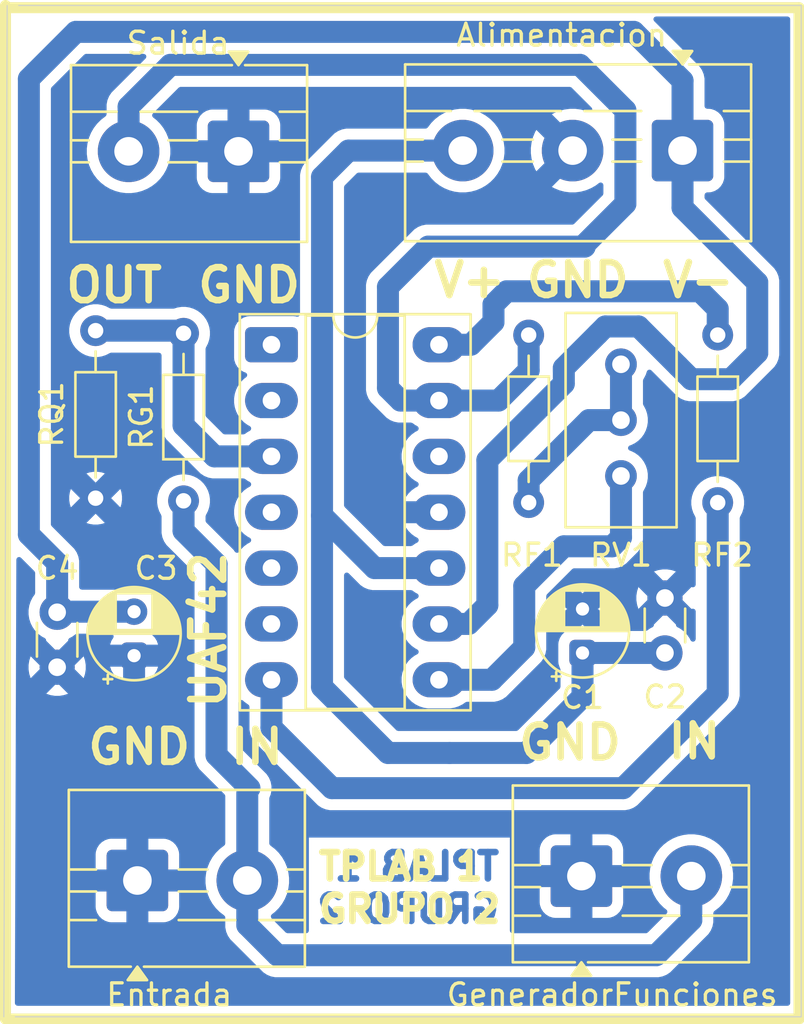
<source format=kicad_pcb>
(kicad_pcb (version 20241229) (generator "pcbnew") (generator_version "9.0")
  (layers (0 "F.Cu" signal) (2 "B.Cu" signal) (13 "F.Paste" user) (15 "B.Paste" user) (5 "F.SilkS" user "F.Silkscreen") (7 "B.SilkS" user "B.Silkscreen") (1 "F.Mask" user) (3 "B.Mask" user) (25 "Edge.Cuts" user))
  (net 0 "")
  (net 1 "GND")
  (net 3 "/Salida")
  (net 7 "Net-(J1-Pin_8)")
  (net 8 "/V+")
  (net 10 "Net-(J1-Pin_14)")
  (net 11 "Net-(J1-Pin_3)")
  (net 13 "Net-(J1-Pin_7)")
  (net 14 "/Entrada")
  (net 15 "/V-")
  (net 16 "Net-(RF1-Pad2)")
  (footprint "Resistor_THT:R_Axial_DIN0204_L3.6mm_D1.6mm_P7.62mm_Horizontal" (layer "F.Cu") (at 142.2 70.89 -90)
    (property "Reference" "RF1" (at 10.01 -0.15 180) (layer "F.SilkS"))
    (property "Value" "6K8" (hide yes))
    (fp_line (start 0.94 0) (end 1.89 0) (stroke (width 0.12)) (layer "F.SilkS"))
    (fp_line (start 6.68 0) (end 5.73 0) (stroke (width 0.12)) (layer "F.SilkS"))
    (fp_rect (start 1.89 -0.92) (end 5.73 0.92) (stroke (width 0.12)) (fill no) (layer "F.SilkS"))
    (pad "1" thru_hole circle (at 0 0 270) (size 1.4 1.4) (drill 0.7) (layers "*.Cu" "*.Mask") (net 3 "/Salida"))
    (pad "2" thru_hole circle (at 7.62 0 270) (size 1.4 1.4) (drill 0.7) (layers "*.Cu" "*.Mask") (net 16 "Net-(RF1-Pad2)"))
  )
  (footprint "Resistor_THT:R_Axial_DIN0204_L3.6mm_D1.6mm_P7.62mm_Horizontal" (layer "F.Cu") (at 122.5 70.69 -90)
    (property "Reference" "RQ1" (at 3.81 2 90) (layer "F.SilkS"))
    (property "Value" "12K" (hide yes))
    (fp_line (start 0.94 0) (end 1.89 0) (stroke (width 0.12)) (layer "F.SilkS"))
    (fp_line (start 6.68 0) (end 5.73 0) (stroke (width 0.12)) (layer "F.SilkS"))
    (fp_rect (start 1.89 -0.92) (end 5.73 0.92) (stroke (width 0.12)) (fill no) (layer "F.SilkS"))
    (pad "1" thru_hole circle (at 0 0 270) (size 1.4 1.4) (drill 0.7) (layers "*.Cu" "*.Mask") (net 11 "Net-(J1-Pin_3)"))
    (pad "2" thru_hole circle (at 7.62 0 270) (size 1.4 1.4) (drill 0.7) (layers "*.Cu" "*.Mask") (net 1 "GND"))
  )
  (footprint "Capacitor_THT:CP_Radial_D4.0mm_P2.00mm" (layer "F.Cu") (at 124.25 85.4726 90)
    (property "Reference" "C3" (at 3.9726 1 180) (layer "F.SilkS"))
    (property "Value" "47uF" (hide yes))
    (fp_line (start 1.04 -2.08) (end 1.04 2.08) (stroke (width 0.12)) (layer "F.SilkS"))
    (fp_line (start 1 -2.08) (end 1 2.08) (stroke (width 0.12)) (layer "F.SilkS"))
    (fp_line (start 1.08 -2.078) (end 1.08 2.078) (stroke (width 0.12)) (layer "F.SilkS"))
    (fp_line (start 1.12 -2.077) (end 1.12 2.077) (stroke (width 0.12)) (layer "F.SilkS"))
    (fp_line (start 1.16 -2.074) (end 1.16 2.074) (stroke (width 0.12)) (layer "F.SilkS"))
    (fp_line (start 1.2 -2.071) (end 1.2 -0.84) (stroke (width 0.12)) (layer "F.SilkS"))
    (fp_line (start 1.24 -2.066) (end 1.24 -0.84) (stroke (width 0.12)) (layer "F.SilkS"))
    (fp_line (start 1.28 -2.061) (end 1.28 -0.84) (stroke (width 0.12)) (layer "F.SilkS"))
    (fp_line (start 1.32 -2.056) (end 1.32 -0.84) (stroke (width 0.12)) (layer "F.SilkS"))
    (fp_line (start 1.36 -2.049) (end 1.36 -0.84) (stroke (width 0.12)) (layer "F.SilkS"))
    (fp_line (start 1.4 -2.042) (end 1.4 -0.84) (stroke (width 0.12)) (layer "F.SilkS"))
    (fp_line (start 1.44 -2.034) (end 1.44 -0.84) (stroke (width 0.12)) (layer "F.SilkS"))
    (fp_line (start 1.48 -2.025) (end 1.48 -0.84) (stroke (width 0.12)) (layer "F.SilkS"))
    (fp_line (start 1.52 -2.015) (end 1.52 -0.84) (stroke (width 0.12)) (layer "F.SilkS"))
    (fp_line (start 1.56 -2.005) (end 1.56 -0.84) (stroke (width 0.12)) (layer "F.SilkS"))
    (fp_line (start 1.6 -1.993) (end 1.6 -0.84) (stroke (width 0.12)) (layer "F.SilkS"))
    (fp_line (start 1.64 -1.981) (end 1.64 -0.84) (stroke (width 0.12)) (layer "F.SilkS"))
    (fp_line (start 1.68 -1.968) (end 1.68 -0.84) (stroke (width 0.12)) (layer "F.SilkS"))
    (fp_line (start 1.72 -1.954) (end 1.72 -0.84) (stroke (width 0.12)) (layer "F.SilkS"))
    (fp_line (start 1.76 -1.939) (end 1.76 -0.84) (stroke (width 0.12)) (layer "F.SilkS"))
    (fp_line (start 1.8 -1.923) (end 1.8 -0.84) (stroke (width 0.12)) (layer "F.SilkS"))
    (fp_line (start 1.84 -1.906) (end 1.84 -0.84) (stroke (width 0.12)) (layer "F.SilkS"))
    (fp_line (start 1.88 -1.889) (end 1.88 -0.84) (stroke (width 0.12)) (layer "F.SilkS"))
    (fp_line (start 1.92 -1.87) (end 1.92 -0.84) (stroke (width 0.12)) (layer "F.SilkS"))
    (fp_line (start 1.96 -1.85) (end 1.96 -0.84) (stroke (width 0.12)) (layer "F.SilkS"))
    (fp_line (start 2 -1.829) (end 2 -0.84) (stroke (width 0.12)) (layer "F.SilkS"))
    (fp_line (start 2.04 -1.807) (end 2.04 -0.84) (stroke (width 0.12)) (layer "F.SilkS"))
    (fp_line (start 2.08 -1.784) (end 2.08 -0.84) (stroke (width 0.12)) (layer "F.SilkS"))
    (fp_line (start 2.12 -1.76) (end 2.12 -0.84) (stroke (width 0.12)) (layer "F.SilkS"))
    (fp_line (start 2.16 -1.734) (end 2.16 -0.84) (stroke (width 0.12)) (layer "F.SilkS"))
    (fp_line (start 2.2 -1.708) (end 2.2 -0.84) (stroke (width 0.12)) (layer "F.SilkS"))
    (fp_line (start 2.24 -1.68) (end 2.24 -0.84) (stroke (width 0.12)) (layer "F.SilkS"))
    (fp_line (start 2.28 -1.65) (end 2.28 -0.84) (stroke (width 0.12)) (layer "F.SilkS"))
    (fp_line (start 2.32 -1.619) (end 2.32 -0.84) (stroke (width 0.12)) (layer "F.SilkS"))
    (fp_line (start 2.36 -1.586) (end 2.36 -0.84) (stroke (width 0.12)) (layer "F.SilkS"))
    (fp_line (start 2.4 -1.552) (end 2.4 -0.84) (stroke (width 0.12)) (layer "F.SilkS"))
    (fp_line (start 2.44 -1.516) (end 2.44 -0.84) (stroke (width 0.12)) (layer "F.SilkS"))
    (fp_line (start 2.48 -1.478) (end 2.48 -0.84) (stroke (width 0.12)) (layer "F.SilkS"))
    (fp_line (start 2.52 -1.438) (end 2.52 -0.84) (stroke (width 0.12)) (layer "F.SilkS"))
    (fp_line (start 2.56 -1.396) (end 2.56 -0.84) (stroke (width 0.12)) (layer "F.SilkS"))
    (fp_line (start -1.069801 -1.395) (end -1.069801 -0.995) (stroke (width 0.12)) (layer "F.SilkS"))
    (fp_line (start 2.6 -1.351) (end 2.6 -0.84) (stroke (width 0.12)) (layer "F.SilkS"))
    (fp_line (start 2.64 -1.303) (end 2.64 -0.84) (stroke (width 0.12)) (layer "F.SilkS"))
    (fp_line (start 2.68 -1.253) (end 2.68 -0.84) (stroke (width 0.12)) (layer "F.SilkS"))
    (fp_line (start 2.72 -1.199) (end 2.72 -0.84) (stroke (width 0.12)) (layer "F.SilkS"))
    (fp_line (start -1.269801 -1.195) (end -0.869801 -1.195) (stroke (width 0.12)) (layer "F.SilkS"))
    (fp_line (start 2.76 -1.142) (end 2.76 -0.84) (stroke (width 0.12)) (layer "F.SilkS"))
    (fp_line (start 2.8 -1.08) (end 2.8 -0.84) (stroke (width 0.12)) (layer "F.SilkS"))
    (fp_line (start 2.84 -1.013) (end 2.84 1.013) (stroke (width 0.12)) (layer "F.SilkS"))
    (fp_line (start 2.88 -0.94) (end 2.88 0.94) (stroke (width 0.12)) (layer "F.SilkS"))
    (fp_line (start 2.92 -0.859) (end 2.92 0.859) (stroke (width 0.12)) (layer "F.SilkS"))
    (fp_line (start 2.96 -0.768) (end 2.96 0.768) (stroke (width 0.12)) (layer "F.SilkS"))
    (fp_line (start 3 -0.663) (end 3 0.663) (stroke (width 0.12)) (layer "F.SilkS"))
    (fp_line (start 3.04 -0.537) (end 3.04 0.537) (stroke (width 0.12)) (layer "F.SilkS"))
    (fp_line (start 3.08 -0.37) (end 3.08 0.37) (stroke (width 0.12)) (layer "F.SilkS"))
    (fp_line (start 2.8 0.84) (end 2.8 1.08) (stroke (width 0.12)) (layer "F.SilkS"))
    (fp_line (start 2.76 0.84) (end 2.76 1.142) (stroke (width 0.12)) (layer "F.SilkS"))
    (fp_line (start 2.72 0.84) (end 2.72 1.199) (stroke (width 0.12)) (layer "F.SilkS"))
    (fp_line (start 2.68 0.84) (end 2.68 1.253) (stroke (width 0.12)) (layer "F.SilkS"))
    (fp_line (start 2.64 0.84) (end 2.64 1.303) (stroke (width 0.12)) (layer "F.SilkS"))
    (fp_line (start 2.6 0.84) (end 2.6 1.351) (stroke (width 0.12)) (layer "F.SilkS"))
    (fp_line (start 2.56 0.84) (end 2.56 1.396) (stroke (width 0.12)) (layer "F.SilkS"))
    (fp_line (start 2.52 0.84) (end 2.52 1.438) (stroke (width 0.12)) (layer "F.SilkS"))
    (fp_line (start 2.48 0.84) (end 2.48 1.478) (stroke (width 0.12)) (layer "F.SilkS"))
    (fp_line (start 2.44 0.84) (end 2.44 1.516) (stroke (width 0.12)) (layer "F.SilkS"))
    (fp_line (start 2.4 0.84) (end 2.4 1.552) (stroke (width 0.12)) (layer "F.SilkS"))
    (fp_line (start 2.36 0.84) (end 2.36 1.586) (stroke (width 0.12)) (layer "F.SilkS"))
    (fp_line (start 2.32 0.84) (end 2.32 1.619) (stroke (width 0.12)) (layer "F.SilkS"))
    (fp_line (start 2.28 0.84) (end 2.28 1.65) (stroke (width 0.12)) (layer "F.SilkS"))
    (fp_line (start 2.24 0.84) (end 2.24 1.68) (stroke (width 0.12)) (layer "F.SilkS"))
    (fp_line (start 2.2 0.84) (end 2.2 1.708) (stroke (width 0.12)) (layer "F.SilkS"))
    (fp_line (start 2.16 0.84) (end 2.16 1.734) (stroke (width 0.12)) (layer "F.SilkS"))
    (fp_line (start 2.12 0.84) (end 2.12 1.76) (stroke (width 0.12)) (layer "F.SilkS"))
    (fp_line (start 2.08 0.84) (end 2.08 1.784) (stroke (width 0.12)) (layer "F.SilkS"))
    (fp_line (start 2.04 0.84) (end 2.04 1.807) (stroke (width 0.12)) (layer "F.SilkS"))
    (fp_line (start 2 0.84) (end 2 1.829) (stroke (width 0.12)) (layer "F.SilkS"))
    (fp_line (start 1.96 0.84) (end 1.96 1.85) (stroke (width 0.12)) (layer "F.SilkS"))
    (fp_line (start 1.92 0.84) (end 1.92 1.87) (stroke (width 0.12)) (layer "F.SilkS"))
    (fp_line (start 1.88 0.84) (end 1.88 1.889) (stroke (width 0.12)) (layer "F.SilkS"))
    (fp_line (start 1.84 0.84) (end 1.84 1.906) (stroke (width 0.12)) (layer "F.SilkS"))
    (fp_line (start 1.8 0.84) (end 1.8 1.923) (stroke (width 0.12)) (layer "F.SilkS"))
    (fp_line (start 1.76 0.84) (end 1.76 1.939) (stroke (width 0.12)) (layer "F.SilkS"))
    (fp_line (start 1.72 0.84) (end 1.72 1.954) (stroke (width 0.12)) (layer "F.SilkS"))
    (fp_line (start 1.68 0.84) (end 1.68 1.968) (stroke (width 0.12)) (layer "F.SilkS"))
    (fp_line (start 1.64 0.84) (end 1.64 1.981) (stroke (width 0.12)) (layer "F.SilkS"))
    (fp_line (start 1.6 0.84) (end 1.6 1.993) (stroke (width 0.12)) (layer "F.SilkS"))
    (fp_line (start 1.56 0.84) (end 1.56 2.005) (stroke (width 0.12)) (layer "F.SilkS"))
    (fp_line (start 1.52 0.84) (end 1.52 2.015) (stroke (width 0.12)) (layer "F.SilkS"))
    (fp_line (start 1.48 0.84) (end 1.48 2.025) (stroke (width 0.12)) (layer "F.SilkS"))
    (fp_line (start 1.44 0.84) (end 1.44 2.034) (stroke (width 0.12)) (layer "F.SilkS"))
    (fp_line (start 1.4 0.84) (end 1.4 2.042) (stroke (width 0.12)) (layer "F.SilkS"))
    (fp_line (start 1.36 0.84) (end 1.36 2.049) (stroke (width 0.12)) (layer "F.SilkS"))
    (fp_line (start 1.32 0.84) (end 1.32 2.056) (stroke (width 0.12)) (layer "F.SilkS"))
    (fp_line (start 1.28 0.84) (end 1.28 2.061) (stroke (width 0.12)) (layer "F.SilkS"))
    (fp_line (start 1.24 0.84) (end 1.24 2.066) (stroke (width 0.12)) (layer "F.SilkS"))
    (fp_line (start 1.2 0.84) (end 1.2 2.071) (stroke (width 0.12)) (layer "F.SilkS"))
    (fp_circle (center 1 0) (end 3.12 0) (stroke (width 0.12)) (fill no) (layer "F.SilkS"))
    (pad "1" thru_hole roundrect (at 0 0 90) (size 1.2 1.2) (drill 0.6) (layers "*.Cu" "*.Mask") (roundrect_rratio 0.208333) (net 1 "GND"))
    (pad "2" thru_hole circle (at 2 0 90) (size 1.2 1.2) (drill 0.6) (layers "*.Cu" "*.Mask") (net 15 "/V-"))
  )
  (footprint "Resistor_THT:R_Axial_DIN0204_L3.6mm_D1.6mm_P7.62mm_Horizontal" (layer "F.Cu") (at 150.8 70.89 -90)
    (property "Reference" "RF2" (at 10.01 -0.2 180) (layer "F.SilkS"))
    (property "Value" "180K" (hide yes))
    (fp_line (start 0.94 0) (end 1.89 0) (stroke (width 0.12)) (layer "F.SilkS"))
    (fp_line (start 6.68 0) (end 5.73 0) (stroke (width 0.12)) (layer "F.SilkS"))
    (fp_rect (start 1.89 -0.92) (end 5.73 0.92) (stroke (width 0.12)) (fill no) (layer "F.SilkS"))
    (pad "1" thru_hole circle (at 0 0 270) (size 1.4 1.4) (drill 0.7) (layers "*.Cu" "*.Mask") (net 10 "Net-(J1-Pin_14)"))
    (pad "2" thru_hole circle (at 7.62 0 270) (size 1.4 1.4) (drill 0.7) (layers "*.Cu" "*.Mask") (net 13 "Net-(J1-Pin_7)"))
  )
  (footprint "Capacitor_THT:C_Disc_D3.0mm_W1.6mm_P2.50mm" (layer "F.Cu") (at 120.75 86 90)
    (property "Reference" "C4" (at 4.5 0 180) (layer "F.SilkS"))
    (property "Value" "220nF" (hide yes))
    (fp_line (start 0.485 -0.92) (end 2.015 -0.92) (stroke (width 0.12)) (layer "F.SilkS"))
    (fp_line (start 0.485 0.92) (end 2.015 0.92) (stroke (width 0.12)) (layer "F.SilkS"))
    (pad "1" thru_hole circle (at 0 0 90) (size 1.6 1.6) (drill 0.8) (layers "*.Cu" "*.Mask") (net 1 "GND"))
    (pad "2" thru_hole circle (at 2.5 0 90) (size 1.6 1.6) (drill 0.8) (layers "*.Cu" "*.Mask") (net 15 "/V-"))
  )
  (footprint "Capacitor_THT:C_Disc_D3.0mm_W1.6mm_P2.50mm" (layer "F.Cu") (at 148.4 85.35 90)
    (property "Reference" "C2" (at -2 0 180) (layer "F.SilkS"))
    (property "Value" "220nF" (hide yes))
    (fp_line (start 0.485 -0.92) (end 2.015 -0.92) (stroke (width 0.12)) (layer "F.SilkS"))
    (fp_line (start 0.485 0.92) (end 2.015 0.92) (stroke (width 0.12)) (layer "F.SilkS"))
    (pad "1" thru_hole circle (at 0 0 90) (size 1.6 1.6) (drill 0.8) (layers "*.Cu" "*.Mask") (net 8 "/V+"))
    (pad "2" thru_hole circle (at 2.5 0 90) (size 1.6 1.6) (drill 0.8) (layers "*.Cu" "*.Mask") (net 1 "GND"))
  )
  (footprint "Potentiometer_THT:Potentiometer_Bourns_3296W_Vertical" (layer "F.Cu") (at 146.4 72.22 90)
    (property "Reference" "RV1" (at -8.68 0 180) (layer "F.SilkS"))
    (property "Value" "R_Potentiometer_US" (hide yes))
    (fp_line (start 2.335 -2.52) (end 2.335 2.53) (stroke (width 0.12)) (layer "F.SilkS"))
    (fp_line (start -7.415 -2.52) (end 2.335 -2.52) (stroke (width 0.12)) (layer "F.SilkS"))
    (fp_line (start -7.415 -2.52) (end -7.415 2.53) (stroke (width 0.12)) (layer "F.SilkS"))
    (fp_line (start -7.415 2.53) (end 2.335 2.53) (stroke (width 0.12)) (layer "F.SilkS"))
    (pad "1" thru_hole circle (at 0 0 90) (size 1.44 1.44) (drill 0.8) (layers "*.Cu" "*.Mask") (net 16 "Net-(RF1-Pad2)"))
    (pad "2" thru_hole circle (at -2.54 0 90) (size 1.44 1.44) (drill 0.8) (layers "*.Cu" "*.Mask") (net 16 "Net-(RF1-Pad2)"))
    (pad "3" thru_hole circle (at -5.08 0 90) (size 1.44 1.44) (drill 0.8) (layers "*.Cu" "*.Mask") (net 7 "Net-(J1-Pin_8)"))
  )
  (footprint "Capacitor_THT:CP_Radial_D4.0mm_P2.00mm" (layer "F.Cu") (at 144.65 85.35 90)
    (property "Reference" "C1" (at -2.0274 0 180) (layer "F.SilkS"))
    (property "Value" "47uF" (hide yes))
    (fp_line (start 1.04 -2.08) (end 1.04 2.08) (stroke (width 0.12)) (layer "F.SilkS"))
    (fp_line (start 1 -2.08) (end 1 2.08) (stroke (width 0.12)) (layer "F.SilkS"))
    (fp_line (start 1.08 -2.078) (end 1.08 2.078) (stroke (width 0.12)) (layer "F.SilkS"))
    (fp_line (start 1.12 -2.077) (end 1.12 2.077) (stroke (width 0.12)) (layer "F.SilkS"))
    (fp_line (start 1.16 -2.074) (end 1.16 2.074) (stroke (width 0.12)) (layer "F.SilkS"))
    (fp_line (start 1.2 -2.071) (end 1.2 -0.84) (stroke (width 0.12)) (layer "F.SilkS"))
    (fp_line (start 1.24 -2.066) (end 1.24 -0.84) (stroke (width 0.12)) (layer "F.SilkS"))
    (fp_line (start 1.28 -2.061) (end 1.28 -0.84) (stroke (width 0.12)) (layer "F.SilkS"))
    (fp_line (start 1.32 -2.056) (end 1.32 -0.84) (stroke (width 0.12)) (layer "F.SilkS"))
    (fp_line (start 1.36 -2.049) (end 1.36 -0.84) (stroke (width 0.12)) (layer "F.SilkS"))
    (fp_line (start 1.4 -2.042) (end 1.4 -0.84) (stroke (width 0.12)) (layer "F.SilkS"))
    (fp_line (start 1.44 -2.034) (end 1.44 -0.84) (stroke (width 0.12)) (layer "F.SilkS"))
    (fp_line (start 1.48 -2.025) (end 1.48 -0.84) (stroke (width 0.12)) (layer "F.SilkS"))
    (fp_line (start 1.52 -2.015) (end 1.52 -0.84) (stroke (width 0.12)) (layer "F.SilkS"))
    (fp_line (start 1.56 -2.005) (end 1.56 -0.84) (stroke (width 0.12)) (layer "F.SilkS"))
    (fp_line (start 1.6 -1.993) (end 1.6 -0.84) (stroke (width 0.12)) (layer "F.SilkS"))
    (fp_line (start 1.64 -1.981) (end 1.64 -0.84) (stroke (width 0.12)) (layer "F.SilkS"))
    (fp_line (start 1.68 -1.968) (end 1.68 -0.84) (stroke (width 0.12)) (layer "F.SilkS"))
    (fp_line (start 1.72 -1.954) (end 1.72 -0.84) (stroke (width 0.12)) (layer "F.SilkS"))
    (fp_line (start 1.76 -1.939) (end 1.76 -0.84) (stroke (width 0.12)) (layer "F.SilkS"))
    (fp_line (start 1.8 -1.923) (end 1.8 -0.84) (stroke (width 0.12)) (layer "F.SilkS"))
    (fp_line (start 1.84 -1.906) (end 1.84 -0.84) (stroke (width 0.12)) (layer "F.SilkS"))
    (fp_line (start 1.88 -1.889) (end 1.88 -0.84) (stroke (width 0.12)) (layer "F.SilkS"))
    (fp_line (start 1.92 -1.87) (end 1.92 -0.84) (stroke (width 0.12)) (layer "F.SilkS"))
    (fp_line (start 1.96 -1.85) (end 1.96 -0.84) (stroke (width 0.12)) (layer "F.SilkS"))
    (fp_line (start 2 -1.829) (end 2 -0.84) (stroke (width 0.12)) (layer "F.SilkS"))
    (fp_line (start 2.04 -1.807) (end 2.04 -0.84) (stroke (width 0.12)) (layer "F.SilkS"))
    (fp_line (start 2.08 -1.784) (end 2.08 -0.84) (stroke (width 0.12)) (layer "F.SilkS"))
    (fp_line (start 2.12 -1.76) (end 2.12 -0.84) (stroke (width 0.12)) (layer "F.SilkS"))
    (fp_line (start 2.16 -1.734) (end 2.16 -0.84) (stroke (width 0.12)) (layer "F.SilkS"))
    (fp_line (start 2.2 -1.708) (end 2.2 -0.84) (stroke (width 0.12)) (layer "F.SilkS"))
    (fp_line (start 2.24 -1.68) (end 2.24 -0.84) (stroke (width 0.12)) (layer "F.SilkS"))
    (fp_line (start 2.28 -1.65) (end 2.28 -0.84) (stroke (width 0.12)) (layer "F.SilkS"))
    (fp_line (start 2.32 -1.619) (end 2.32 -0.84) (stroke (width 0.12)) (layer "F.SilkS"))
    (fp_line (start 2.36 -1.586) (end 2.36 -0.84) (stroke (width 0.12)) (layer "F.SilkS"))
    (fp_line (start 2.4 -1.552) (end 2.4 -0.84) (stroke (width 0.12)) (layer "F.SilkS"))
    (fp_line (start 2.44 -1.516) (end 2.44 -0.84) (stroke (width 0.12)) (layer "F.SilkS"))
    (fp_line (start 2.48 -1.478) (end 2.48 -0.84) (stroke (width 0.12)) (layer "F.SilkS"))
    (fp_line (start 2.52 -1.438) (end 2.52 -0.84) (stroke (width 0.12)) (layer "F.SilkS"))
    (fp_line (start 2.56 -1.396) (end 2.56 -0.84) (stroke (width 0.12)) (layer "F.SilkS"))
    (fp_line (start -1.069801 -1.395) (end -1.069801 -0.995) (stroke (width 0.12)) (layer "F.SilkS"))
    (fp_line (start 2.6 -1.351) (end 2.6 -0.84) (stroke (width 0.12)) (layer "F.SilkS"))
    (fp_line (start 2.64 -1.303) (end 2.64 -0.84) (stroke (width 0.12)) (layer "F.SilkS"))
    (fp_line (start 2.68 -1.253) (end 2.68 -0.84) (stroke (width 0.12)) (layer "F.SilkS"))
    (fp_line (start 2.72 -1.199) (end 2.72 -0.84) (stroke (width 0.12)) (layer "F.SilkS"))
    (fp_line (start -1.269801 -1.195) (end -0.869801 -1.195) (stroke (width 0.12)) (layer "F.SilkS"))
    (fp_line (start 2.76 -1.142) (end 2.76 -0.84) (stroke (width 0.12)) (layer "F.SilkS"))
    (fp_line (start 2.8 -1.08) (end 2.8 -0.84) (stroke (width 0.12)) (layer "F.SilkS"))
    (fp_line (start 2.84 -1.013) (end 2.84 1.013) (stroke (width 0.12)) (layer "F.SilkS"))
    (fp_line (start 2.88 -0.94) (end 2.88 0.94) (stroke (width 0.12)) (layer "F.SilkS"))
    (fp_line (start 2.92 -0.859) (end 2.92 0.859) (stroke (width 0.12)) (layer "F.SilkS"))
    (fp_line (start 2.96 -0.768) (end 2.96 0.768) (stroke (width 0.12)) (layer "F.SilkS"))
    (fp_line (start 3 -0.663) (end 3 0.663) (stroke (width 0.12)) (layer "F.SilkS"))
    (fp_line (start 3.04 -0.537) (end 3.04 0.537) (stroke (width 0.12)) (layer "F.SilkS"))
    (fp_line (start 3.08 -0.37) (end 3.08 0.37) (stroke (width 0.12)) (layer "F.SilkS"))
    (fp_line (start 2.8 0.84) (end 2.8 1.08) (stroke (width 0.12)) (layer "F.SilkS"))
    (fp_line (start 2.76 0.84) (end 2.76 1.142) (stroke (width 0.12)) (layer "F.SilkS"))
    (fp_line (start 2.72 0.84) (end 2.72 1.199) (stroke (width 0.12)) (layer "F.SilkS"))
    (fp_line (start 2.68 0.84) (end 2.68 1.253) (stroke (width 0.12)) (layer "F.SilkS"))
    (fp_line (start 2.64 0.84) (end 2.64 1.303) (stroke (width 0.12)) (layer "F.SilkS"))
    (fp_line (start 2.6 0.84) (end 2.6 1.351) (stroke (width 0.12)) (layer "F.SilkS"))
    (fp_line (start 2.56 0.84) (end 2.56 1.396) (stroke (width 0.12)) (layer "F.SilkS"))
    (fp_line (start 2.52 0.84) (end 2.52 1.438) (stroke (width 0.12)) (layer "F.SilkS"))
    (fp_line (start 2.48 0.84) (end 2.48 1.478) (stroke (width 0.12)) (layer "F.SilkS"))
    (fp_line (start 2.44 0.84) (end 2.44 1.516) (stroke (width 0.12)) (layer "F.SilkS"))
    (fp_line (start 2.4 0.84) (end 2.4 1.552) (stroke (width 0.12)) (layer "F.SilkS"))
    (fp_line (start 2.36 0.84) (end 2.36 1.586) (stroke (width 0.12)) (layer "F.SilkS"))
    (fp_line (start 2.32 0.84) (end 2.32 1.619) (stroke (width 0.12)) (layer "F.SilkS"))
    (fp_line (start 2.28 0.84) (end 2.28 1.65) (stroke (width 0.12)) (layer "F.SilkS"))
    (fp_line (start 2.24 0.84) (end 2.24 1.68) (stroke (width 0.12)) (layer "F.SilkS"))
    (fp_line (start 2.2 0.84) (end 2.2 1.708) (stroke (width 0.12)) (layer "F.SilkS"))
    (fp_line (start 2.16 0.84) (end 2.16 1.734) (stroke (width 0.12)) (layer "F.SilkS"))
    (fp_line (start 2.12 0.84) (end 2.12 1.76) (stroke (width 0.12)) (layer "F.SilkS"))
    (fp_line (start 2.08 0.84) (end 2.08 1.784) (stroke (width 0.12)) (layer "F.SilkS"))
    (fp_line (start 2.04 0.84) (end 2.04 1.807) (stroke (width 0.12)) (layer "F.SilkS"))
    (fp_line (start 2 0.84) (end 2 1.829) (stroke (width 0.12)) (layer "F.SilkS"))
    (fp_line (start 1.96 0.84) (end 1.96 1.85) (stroke (width 0.12)) (layer "F.SilkS"))
    (fp_line (start 1.92 0.84) (end 1.92 1.87) (stroke (width 0.12)) (layer "F.SilkS"))
    (fp_line (start 1.88 0.84) (end 1.88 1.889) (stroke (width 0.12)) (layer "F.SilkS"))
    (fp_line (start 1.84 0.84) (end 1.84 1.906) (stroke (width 0.12)) (layer "F.SilkS"))
    (fp_line (start 1.8 0.84) (end 1.8 1.923) (stroke (width 0.12)) (layer "F.SilkS"))
    (fp_line (start 1.76 0.84) (end 1.76 1.939) (stroke (width 0.12)) (layer "F.SilkS"))
    (fp_line (start 1.72 0.84) (end 1.72 1.954) (stroke (width 0.12)) (layer "F.SilkS"))
    (fp_line (start 1.68 0.84) (end 1.68 1.968) (stroke (width 0.12)) (layer "F.SilkS"))
    (fp_line (start 1.64 0.84) (end 1.64 1.981) (stroke (width 0.12)) (layer "F.SilkS"))
    (fp_line (start 1.6 0.84) (end 1.6 1.993) (stroke (width 0.12)) (layer "F.SilkS"))
    (fp_line (start 1.56 0.84) (end 1.56 2.005) (stroke (width 0.12)) (layer "F.SilkS"))
    (fp_line (start 1.52 0.84) (end 1.52 2.015) (stroke (width 0.12)) (layer "F.SilkS"))
    (fp_line (start 1.48 0.84) (end 1.48 2.025) (stroke (width 0.12)) (layer "F.SilkS"))
    (fp_line (start 1.44 0.84) (end 1.44 2.034) (stroke (width 0.12)) (layer "F.SilkS"))
    (fp_line (start 1.4 0.84) (end 1.4 2.042) (stroke (width 0.12)) (layer "F.SilkS"))
    (fp_line (start 1.36 0.84) (end 1.36 2.049) (stroke (width 0.12)) (layer "F.SilkS"))
    (fp_line (start 1.32 0.84) (end 1.32 2.056) (stroke (width 0.12)) (layer "F.SilkS"))
    (fp_line (start 1.28 0.84) (end 1.28 2.061) (stroke (width 0.12)) (layer "F.SilkS"))
    (fp_line (start 1.24 0.84) (end 1.24 2.066) (stroke (width 0.12)) (layer "F.SilkS"))
    (fp_line (start 1.2 0.84) (end 1.2 2.071) (stroke (width 0.12)) (layer "F.SilkS"))
    (fp_circle (center 1 0) (end 3.12 0) (stroke (width 0.12)) (fill no) (layer "F.SilkS"))
    (pad "1" thru_hole roundrect (at 0 0 90) (size 1.2 1.2) (drill 0.6) (layers "*.Cu" "*.Mask") (roundrect_rratio 0.208333) (net 8 "/V+"))
    (pad "2" thru_hole circle (at 2 0 90) (size 1.2 1.2) (drill 0.6) (layers "*.Cu" "*.Mask") (net 1 "GND"))
  )
  (footprint "Library:TerminalBlock_MaiXu_MX126-5.0-03P_1x03_P5.00mm_ConModelo3D" (layer "F.Cu") (at 149.2 62.5 180)
    (property "Reference" "J2" (hide yes))
    (property "Value" "Alimentacion" (at 5.5 5.25 0) (layer "F.SilkS"))
    (fp_line (start 12.62 -4.12) (end 12.62 3.92) (stroke (width 0.12)) (layer "F.SilkS"))
    (fp_line (start 11.812 0.5) (end 12.62 0.5) (stroke (width 0.12)) (layer "F.SilkS"))
    (fp_line (start 11.812 -0.5) (end 12.62 -0.5) (stroke (width 0.12)) (layer "F.SilkS"))
    (fp_line (start 10.543 1.8) (end 12.62 1.8) (stroke (width 0.12)) (layer "F.SilkS"))
    (fp_line (start 6.812 0.5) (end 8.188 0.5) (stroke (width 0.12)) (layer "F.SilkS"))
    (fp_line (start 6.812 -0.5) (end 8.188 -0.5) (stroke (width 0.12)) (layer "F.SilkS"))
    (fp_line (start 5.543 1.8) (end 9.457 1.8) (stroke (width 0.12)) (layer "F.SilkS"))
    (fp_line (start 1.88 1.8) (end 4.457 1.8) (stroke (width 0.12)) (layer "F.SilkS"))
    (fp_line (start 1.88 0.5) (end 3.188 0.5) (stroke (width 0.12)) (layer "F.SilkS"))
    (fp_line (start 1.88 -0.5) (end 3.188 -0.5) (stroke (width 0.12)) (layer "F.SilkS"))
    (fp_line (start 0.3 3.92) (end 12.62 3.92) (stroke (width 0.12)) (layer "F.SilkS"))
    (fp_line (start -3.12 3.92) (end -0.3 3.92) (stroke (width 0.12)) (layer "F.SilkS"))
    (fp_line (start -3.12 1.8) (end -1.88 1.8) (stroke (width 0.12)) (layer "F.SilkS"))
    (fp_line (start -3.12 0.5) (end -1.88 0.5) (stroke (width 0.12)) (layer "F.SilkS"))
    (fp_line (start -3.12 -0.5) (end -1.88 -0.5) (stroke (width 0.12)) (layer "F.SilkS"))
    (fp_line (start -3.12 -4.12) (end 12.62 -4.12) (stroke (width 0.12)) (layer "F.SilkS"))
    (fp_line (start -3.12 -4.12) (end -3.12 3.92) (stroke (width 0.12)) (layer "F.SilkS"))
    (fp_poly (pts (xy 0 3.92) (xy 0.44 4.53) (xy -0.44 4.53)) (stroke (width 0.12)) (fill yes) (layer "F.SilkS"))
    (pad "1" thru_hole roundrect (at 0 0 180) (size 2.8 2.8) (drill 1.3) (layers "*.Cu" "*.Mask") (roundrect_rratio 0.089286) (net 15 "/V-"))
    (pad "2" thru_hole circle (at 5 0 180) (size 2.8 2.8) (drill 1.3) (layers "*.Cu" "*.Mask") (net 1 "GND"))
    (pad "3" thru_hole circle (at 10 0 180) (size 2.8 2.8) (drill 1.3) (layers "*.Cu" "*.Mask") (net 8 "/V+"))
  )
  (footprint "Package_DIP:DIP-14_W7.62mm_Socket_LongPads" (layer "F.Cu") (at 130.5 71.33)
    (property "Reference" "J1" (hide yes))
    (property "Value" "UAF42" (hide yes))
    (fp_line (start 1.56 -1.33) (end 1.56 16.57) (stroke (width 0.12)) (layer "F.SilkS"))
    (fp_line (start 1.56 16.57) (end 6.06 16.57) (stroke (width 0.12)) (layer "F.SilkS"))
    (fp_line (start 2.81 -1.33) (end 1.56 -1.33) (stroke (width 0.12)) (layer "F.SilkS"))
    (fp_line (start 6.06 -1.33) (end 4.81 -1.33) (stroke (width 0.12)) (layer "F.SilkS"))
    (fp_line (start 6.06 16.57) (end 6.06 -1.33) (stroke (width 0.12)) (layer "F.SilkS"))
    (fp_rect (start -1.44 -1.39) (end 9.06 16.63) (stroke (width 0.12)) (fill no) (layer "F.SilkS"))
    (fp_arc (start 4.81 -1.33) (mid 3.81 -0.33) (end 2.81 -1.33) (stroke (width 0.12)) (layer "F.SilkS"))
    (pad "1" thru_hole roundrect (at 0 0) (size 2.4 1.6) (drill 0.8) (layers "*.Cu" "*.Mask") (roundrect_rratio 0.15625))
    (pad "2" thru_hole oval (at 0 2.54) (size 2.4 1.6) (drill 0.8) (layers "*.Cu" "*.Mask"))
    (pad "3" thru_hole oval (at 0 5.08) (size 2.4 1.6) (drill 0.8) (layers "*.Cu" "*.Mask") (net 11 "Net-(J1-Pin_3)"))
    (pad "4" thru_hole oval (at 0 7.62) (size 2.4 1.6) (drill 0.8) (layers "*.Cu" "*.Mask"))
    (pad "5" thru_hole oval (at 0 10.16) (size 2.4 1.6) (drill 0.8) (layers "*.Cu" "*.Mask"))
    (pad "6" thru_hole oval (at 0 12.7) (size 2.4 1.6) (drill 0.8) (layers "*.Cu" "*.Mask"))
    (pad "7" thru_hole oval (at 0 15.24) (size 2.4 1.6) (drill 0.8) (layers "*.Cu" "*.Mask") (net 13 "Net-(J1-Pin_7)"))
    (pad "8" thru_hole oval (at 7.62 15.24) (size 2.4 1.6) (drill 0.8) (layers "*.Cu" "*.Mask") (net 7 "Net-(J1-Pin_8)"))
    (pad "9" thru_hole oval (at 7.62 12.7) (size 2.4 1.6) (drill 0.8) (layers "*.Cu" "*.Mask") (net 15 "/V-"))
    (pad "10" thru_hole oval (at 7.62 10.16) (size 2.4 1.6) (drill 0.8) (layers "*.Cu" "*.Mask") (net 8 "/V+"))
    (pad "11" thru_hole oval (at 7.62 7.62) (size 2.4 1.6) (drill 0.8) (layers "*.Cu" "*.Mask") (net 1 "GND"))
    (pad "12" thru_hole oval (at 7.62 5.08) (size 2.4 1.6) (drill 0.8) (layers "*.Cu" "*.Mask"))
    (pad "13" thru_hole oval (at 7.62 2.54) (size 2.4 1.6) (drill 0.8) (layers "*.Cu" "*.Mask") (net 3 "/Salida"))
    (pad "14" thru_hole oval (at 7.62 0) (size 2.4 1.6) (drill 0.8) (layers "*.Cu" "*.Mask") (net 10 "Net-(J1-Pin_14)"))
  )
  (footprint "Resistor_THT:R_Axial_DIN0204_L3.6mm_D1.6mm_P7.62mm_Horizontal" (layer "F.Cu") (at 126.5 78.43 90)
    (property "Reference" "RG1" (at 3.81 -1.92 90) (layer "F.SilkS"))
    (property "Value" "12K" (hide yes))
    (fp_line (start 6.68 0) (end 5.73 0) (stroke (width 0.12)) (layer "F.SilkS"))
    (fp_line (start 0.94 0) (end 1.89 0) (stroke (width 0.12)) (layer "F.SilkS"))
    (fp_rect (start 1.89 -0.92) (end 5.73 0.92) (stroke (width 0.12)) (fill no) (layer "F.SilkS"))
    (pad "1" thru_hole circle (at 0 0 90) (size 1.4 1.4) (drill 0.7) (layers "*.Cu" "*.Mask") (net 14 "/Entrada"))
    (pad "2" thru_hole circle (at 7.62 0 90) (size 1.4 1.4) (drill 0.7) (layers "*.Cu" "*.Mask") (net 11 "Net-(J1-Pin_3)"))
  )
  (footprint "Library:TerminalBlock_MaiXu_MX126-5.0-02P_1x02_P5.00mm_ConModelo3D" (layer "F.Cu") (at 124.4 95.7)
    (property "Reference" "J5" (hide yes))
    (property "Value" "Entrada" (at 1.45 5.2 0) (layer "F.SilkS"))
    (fp_line (start -3.12 -4.12) (end -3.12 3.92) (stroke (width 0.12)) (layer "F.SilkS"))
    (fp_line (start -3.12 -4.12) (end 7.62 -4.12) (stroke (width 0.12)) (layer "F.SilkS"))
    (fp_line (start -3.12 -0.5) (end -1.88 -0.5) (stroke (width 0.12)) (layer "F.SilkS"))
    (fp_line (start -3.12 0.5) (end -1.88 0.5) (stroke (width 0.12)) (layer "F.SilkS"))
    (fp_line (start -3.12 1.8) (end -1.88 1.8) (stroke (width 0.12)) (layer "F.SilkS"))
    (fp_line (start -3.12 3.92) (end -0.3 3.92) (stroke (width 0.12)) (layer "F.SilkS"))
    (fp_line (start 0.3 3.92) (end 7.62 3.92) (stroke (width 0.12)) (layer "F.SilkS"))
    (fp_line (start 1.88 -0.5) (end 3.188 -0.5) (stroke (width 0.12)) (layer "F.SilkS"))
    (fp_line (start 1.88 0.5) (end 3.188 0.5) (stroke (width 0.12)) (layer "F.SilkS"))
    (fp_line (start 1.88 1.8) (end 4.457 1.8) (stroke (width 0.12)) (layer "F.SilkS"))
    (fp_line (start 5.543 1.8) (end 7.62 1.8) (stroke (width 0.12)) (layer "F.SilkS"))
    (fp_line (start 6.812 -0.5) (end 7.62 -0.5) (stroke (width 0.12)) (layer "F.SilkS"))
    (fp_line (start 6.812 0.5) (end 7.62 0.5) (stroke (width 0.12)) (layer "F.SilkS"))
    (fp_line (start 7.62 -4.12) (end 7.62 3.92) (stroke (width 0.12)) (layer "F.SilkS"))
    (fp_poly (pts (xy 0 3.92) (xy 0.44 4.53) (xy -0.44 4.53)) (stroke (width 0.12)) (fill yes) (layer "F.SilkS"))
    (pad "1" thru_hole roundrect (at 0 0) (size 2.8 2.8) (drill 1.3) (layers "*.Cu" "*.Mask") (roundrect_rratio 0.089286) (net 1 "GND"))
    (pad "2" thru_hole circle (at 5 0) (size 2.8 2.8) (drill 1.3) (layers "*.Cu" "*.Mask") (net 14 "/Entrada"))
  )
  (footprint "Library:TerminalBlock_MaiXu_MX126-5.0-02P_1x02_P5.00mm_ConModelo3D" (layer "F.Cu") (at 144.6 95.5)
    (property "Reference" "J3" (hide yes))
    (property "Value" "GeneradorFunciones" (at 1.4 5.4 0) (layer "F.SilkS"))
    (fp_line (start -3.12 -4.12) (end -3.12 3.92) (stroke (width 0.12)) (layer "F.SilkS"))
    (fp_line (start -3.12 -4.12) (end 7.62 -4.12) (stroke (width 0.12)) (layer "F.SilkS"))
    (fp_line (start -3.12 -0.5) (end -1.88 -0.5) (stroke (width 0.12)) (layer "F.SilkS"))
    (fp_line (start -3.12 0.5) (end -1.88 0.5) (stroke (width 0.12)) (layer "F.SilkS"))
    (fp_line (start -3.12 1.8) (end -1.88 1.8) (stroke (width 0.12)) (layer "F.SilkS"))
    (fp_line (start -3.12 3.92) (end -0.3 3.92) (stroke (width 0.12)) (layer "F.SilkS"))
    (fp_line (start 0.3 3.92) (end 7.62 3.92) (stroke (width 0.12)) (layer "F.SilkS"))
    (fp_line (start 1.88 -0.5) (end 3.188 -0.5) (stroke (width 0.12)) (layer "F.SilkS"))
    (fp_line (start 1.88 0.5) (end 3.188 0.5) (stroke (width 0.12)) (layer "F.SilkS"))
    (fp_line (start 1.88 1.8) (end 4.457 1.8) (stroke (width 0.12)) (layer "F.SilkS"))
    (fp_line (start 5.543 1.8) (end 7.62 1.8) (stroke (width 0.12)) (layer "F.SilkS"))
    (fp_line (start 6.812 -0.5) (end 7.62 -0.5) (stroke (width 0.12)) (layer "F.SilkS"))
    (fp_line (start 6.812 0.5) (end 7.62 0.5) (stroke (width 0.12)) (layer "F.SilkS"))
    (fp_line (start 7.62 -4.12) (end 7.62 3.92) (stroke (width 0.12)) (layer "F.SilkS"))
    (fp_poly (pts (xy 0 3.92) (xy 0.44 4.53) (xy -0.44 4.53)) (stroke (width 0.12)) (fill yes) (layer "F.SilkS"))
    (pad "1" thru_hole roundrect (at 0 0) (size 2.8 2.8) (drill 1.3) (layers "*.Cu" "*.Mask") (roundrect_rratio 0.089286) (net 1 "GND"))
    (pad "2" thru_hole circle (at 5 0) (size 2.8 2.8) (drill 1.3) (layers "*.Cu" "*.Mask") (net 14 "/Entrada"))
  )
  (footprint "Library:TerminalBlock_MaiXu_MX126-5.0-02P_1x02_P5.00mm_ConModelo3D" (layer "F.Cu") (at 129 62.5325 180)
    (property "Reference" "J4" (hide yes))
    (property "Value" "Salida" (at 2.75 4.92 0) (layer "F.SilkS"))
    (fp_line (start 7.62 -4.12) (end 7.62 3.92) (stroke (width 0.12)) (layer "F.SilkS"))
    (fp_line (start 6.812 0.5) (end 7.62 0.5) (stroke (width 0.12)) (layer "F.SilkS"))
    (fp_line (start 6.812 -0.5) (end 7.62 -0.5) (stroke (width 0.12)) (layer "F.SilkS"))
    (fp_line (start 5.543 1.8) (end 7.62 1.8) (stroke (width 0.12)) (layer "F.SilkS"))
    (fp_line (start 1.88 1.8) (end 4.457 1.8) (stroke (width 0.12)) (layer "F.SilkS"))
    (fp_line (start 1.88 0.5) (end 3.188 0.5) (stroke (width 0.12)) (layer "F.SilkS"))
    (fp_line (start 1.88 -0.5) (end 3.188 -0.5) (stroke (width 0.12)) (layer "F.SilkS"))
    (fp_line (start 0.3 3.92) (end 7.62 3.92) (stroke (width 0.12)) (layer "F.SilkS"))
    (fp_line (start -3.12 3.92) (end -0.3 3.92) (stroke (width 0.12)) (layer "F.SilkS"))
    (fp_line (start -3.12 1.8) (end -1.88 1.8) (stroke (width 0.12)) (layer "F.SilkS"))
    (fp_line (start -3.12 0.5) (end -1.88 0.5) (stroke (width 0.12)) (layer "F.SilkS"))
    (fp_line (start -3.12 -0.5) (end -1.88 -0.5) (stroke (width 0.12)) (layer "F.SilkS"))
    (fp_line (start -3.12 -4.12) (end 7.62 -4.12) (stroke (width 0.12)) (layer "F.SilkS"))
    (fp_line (start -3.12 -4.12) (end -3.12 3.92) (stroke (width 0.12)) (layer "F.SilkS"))
    (fp_poly (pts (xy 0 3.92) (xy 0.44 4.53) (xy -0.44 4.53)) (stroke (width 0.12)) (fill yes) (layer "F.SilkS"))
    (pad "1" thru_hole roundrect (at 0 0 180) (size 2.8 2.8) (drill 1.3) (layers "*.Cu" "*.Mask") (roundrect_rratio 0.089286) (net 1 "GND"))
    (pad "2" thru_hole circle (at 5 0 180) (size 2.8 2.8) (drill 1.3) (layers "*.Cu" "*.Mask") (net 3 "/Salida"))
  )
  (gr_line (start 118.4 101.9) (end 118.4 55.9) (stroke (width 0.5)) (layer "F.SilkS"))
  (gr_line (start 154.5 102) (end 118.4 102) (stroke (width 0.5)) (layer "F.SilkS"))
  (gr_line (start 118.4 56) (end 154.5 56) (stroke (width 0.5)) (layer "F.SilkS"))
  (gr_line (start 154.5 56) (end 154.5 102) (stroke (width 0.5)) (layer "F.SilkS"))
  (gr_line (start 118.325 101.9) (end 118.475 55.9) (stroke (width 0.05)) (layer "Edge.Cuts"))
  (gr_line (start 154.6 101.9) (end 118.85 101.9) (stroke (width 0.05)) (layer "Edge.Cuts"))
  (gr_line (start 154.6 55.9) (end 154.6 101.9) (stroke (width 0.05)) (layer "Edge.Cuts"))
  (gr_line (start 119 55.9) (end 154.6 55.9) (stroke (width 0.05)) (layer "Edge.Cuts"))
  (gr_text "TPLAB 1\nGRUPO 2" (at 141 97.7 0) (layer "B.Cu") (effects (font (size 1.2 1.2) (thickness 0.3) (bold yes)) (justify left bottom mirror)))
  (gr_text "V+" (at 137.75 69.2675 0) (layer "F.SilkS") (effects (font (size 1.5 1.5) (thickness 0.3) (bold yes)) (justify left bottom)))
  (gr_text "V-" (at 148.15 69.2675 0) (layer "F.SilkS") (effects (font (size 1.5 1.5) (thickness 0.3) (bold yes)) (justify left bottom)))
  (gr_text "OUT" (at 121 69.5 0) (layer "F.SilkS") (effects (font (size 1.5 1.5) (thickness 0.3) (bold yes)) (justify left bottom)))
  (gr_text "IN" (at 148.4 90.25 0) (layer "F.SilkS") (effects (font (size 1.5 1.5) (thickness 0.3) (bold yes)) (justify left bottom)))
  (gr_text "GND" (at 122 90.5 0) (layer "F.SilkS") (effects (font (size 1.5 1.5) (thickness 0.3) (bold yes)) (justify left bottom)))
  (gr_text "UAF42" (at 128.5 88 90) (layer "F.SilkS") (effects (font (size 1.5 1.5) (thickness 0.3) (bold yes)) (justify left bottom)))
  (gr_text "GND" (at 141.6 90.3 0) (layer "F.SilkS") (effects (font (size 1.5 1.5) (thickness 0.3) (bold yes)) (justify left bottom)))
  (gr_text "TPLAB 1\nGRUPO 2" (at 132.5 97.7 0) (layer "F.SilkS") (effects (font (size 1.2 1.2) (thickness 0.3) (bold yes)) (justify left bottom)))
  (gr_text "GND" (at 141.95 69.2675 0) (layer "F.SilkS") (effects (font (size 1.5 1.5) (thickness 0.3) (bold yes)) (justify left bottom)))
  (gr_text "GND" (at 127 69.5 0) (layer "F.SilkS") (effects (font (size 1.5 1.5) (thickness 0.3) (bold yes)) (justify left bottom)))
  (gr_text "IN" (at 128.5 90.5 0) (layer "F.SilkS") (effects (font (size 1.5 1.5) (thickness 0.3) (bold yes)) (justify left bottom)))
  (segment (start 137.6325 66.8675) (end 144.75 66.8675) (width 1) (layer "B.Cu") (net 3))
  (segment (start 146.601 64.9185) (end 146.601 60.6675) (width 1) (layer "B.Cu") (net 3))
  (segment (start 138.12 73.87) (end 136.37 73.87) (width 1) (layer "B.Cu") (net 3))
  (segment (start 136.37 73.87) (end 135.8 73.3) (width 1) (layer "B.Cu") (net 3))
  (segment (start 140.83 73.87) (end 138.12 73.87) (width 1) (layer "B.Cu") (net 3))
  (segment (start 142.2 70.89) (end 142.2 72.5) (width 1) (layer "B.Cu") (net 3))
  (segment (start 125.899 58.601) (end 124 60.5) (width 1) (layer "B.Cu") (net 3))
  (segment (start 144.75 66.8675) (end 144.75 66.7695) (width 1) (layer "B.Cu") (net 3))
  (segment (start 144.75 66.7695) (end 146.601 64.9185) (width 1) (layer "B.Cu") (net 3))
  (segment (start 142.2 72.5) (end 140.83 73.87) (width 1) (layer "B.Cu") (net 3))
  (segment (start 135.8 73.3) (end 135.8 68.7) (width 1) (layer "B.Cu") (net 3))
  (segment (start 124 60.5) (end 124 62.5325) (width 1) (layer "B.Cu") (net 3))
  (segment (start 146.601 60.6675) (end 144.5345 58.601) (width 1) (layer "B.Cu") (net 3))
  (segment (start 144.5345 58.601) (end 125.899 58.601) (width 1) (layer "B.Cu") (net 3))
  (segment (start 135.8 68.7) (end 137.6325 66.8675) (width 1) (layer "B.Cu") (net 3))
  (segment (start 140.53 86.57) (end 142 85.1) (width 1) (layer "B.Cu") (net 7))
  (segment (start 143.8 80.5) (end 146 80.5) (width 1) (layer "B.Cu") (net 7))
  (segment (start 142 85.1) (end 142 82.3) (width 1) (layer "B.Cu") (net 7))
  (segment (start 146 80.5) (end 146.4 80.1) (width 1) (layer "B.Cu") (net 7))
  (segment (start 138.12 86.57) (end 140.53 86.57) (width 1) (layer "B.Cu") (net 7))
  (segment (start 142 82.3) (end 143.8 80.5) (width 1) (layer "B.Cu") (net 7))
  (segment (start 146.4 80.1) (end 146.4 77.3) (width 1) (layer "B.Cu") (net 7))
  (segment (start 144.65 87.35) (end 142.1 89.9) (width 1) (layer "B.Cu") (net 8))
  (segment (start 132.8 63.7) (end 132.8 79.1) (width 1) (layer "B.Cu") (net 8))
  (segment (start 138.12 81.49) (end 135.19 81.49) (width 1) (layer "B.Cu") (net 8))
  (segment (start 139.2 62.5) (end 134 62.5) (width 1) (layer "B.Cu") (net 8))
  (segment (start 144.65 85.35) (end 148.4 85.35) (width 1) (layer "B.Cu") (net 8))
  (segment (start 134 62.5) (end 132.8 63.7) (width 1) (layer "B.Cu") (net 8))
  (segment (start 135.8 89.9) (end 138.6 89.9) (width 1) (layer "B.Cu") (net 8))
  (segment (start 132.8 79.1) (end 132.8 86.9) (width 1) (layer "B.Cu") (net 8))
  (segment (start 142.1 89.9) (end 138.6 89.9) (width 1) (layer "B.Cu") (net 8))
  (segment (start 135.19 81.49) (end 133.4 79.7) (width 1) (layer "B.Cu") (net 8))
  (segment (start 133.4 79.7) (end 132.8 79.1) (width 1) (layer "B.Cu") (net 8))
  (segment (start 132.8 86.9) (end 135.8 89.9) (width 1) (layer "B.Cu") (net 8))
  (segment (start 144.65 87.35) (end 144.65 85.35) (width 1) (layer "B.Cu") (net 8))
  (segment (start 141.2 68.9) (end 150 68.9) (width 1) (layer "B.Cu") (net 10))
  (segment (start 140.6 70.3) (end 140.6 69.5) (width 1) (layer "B.Cu") (net 10))
  (segment (start 150.8 69.7) (end 150.8 70.89) (width 1) (layer "B.Cu") (net 10))
  (segment (start 150 68.9) (end 150.8 69.7) (width 1) (layer "B.Cu") (net 10))
  (segment (start 138.12 71.33) (end 139.57 71.33) (width 1) (layer "B.Cu") (net 10))
  (segment (start 140.6 69.5) (end 141.2 68.9) (width 1) (layer "B.Cu") (net 10))
  (segment (start 139.57 71.33) (end 140.6 70.3) (width 1) (layer "B.Cu") (net 10))
  (segment (start 130.5 76.41) (end 127.91 76.41) (width 1) (layer "B.Cu") (net 11))
  (segment (start 127.91 76.41) (end 126.5 75) (width 1) (layer "B.Cu") (net 11))
  (segment (start 126.38 70.69) (end 126.5 70.81) (width 1) (layer "B.Cu") (net 11))
  (segment (start 126.5 75) (end 126.5 70.81) (width 1) (layer "B.Cu") (net 11))
  (segment (start 122.5 70.69) (end 126.38 70.69) (width 1) (layer "B.Cu") (net 11))
  (segment (start 150.4 87.6) (end 149.75 88.25) (width 1) (layer "B.Cu") (net 13))
  (segment (start 133.25 91.5) (end 130.5 88.75) (width 1) (layer "B.Cu") (net 13))
  (segment (start 150.8 87.2) (end 149.75 88.25) (width 1) (layer "B.Cu") (net 13))
  (segment (start 130.5 88.75) (end 130.5 86.57) (width 1) (layer "B.Cu") (net 13))
  (segment (start 146.5 91.5) (end 133.25 91.5) (width 1) (layer "B.Cu") (net 13))
  (segment (start 150.8 78.51) (end 150.8 87.2) (width 1) (layer "B.Cu") (net 13))
  (segment (start 149.75 88.25) (end 146.5 91.5) (width 1) (layer "B.Cu") (net 13))
  (segment (start 126.5 79.8) (end 128 81.3) (width 1) (layer "B.Cu") (net 14))
  (segment (start 128 90) (end 129.5 91.5) (width 1) (layer "B.Cu") (net 14))
  (segment (start 130.7675 99.1) (end 148 99.1) (width 1) (layer "B.Cu") (net 14))
  (segment (start 126.5 78.43) (end 126.5 79.8) (width 1) (layer "B.Cu") (net 14))
  (segment (start 149.6 97.5) (end 149.6 95.5) (width 1) (layer "B.Cu") (net 14))
  (segment (start 128 81.3) (end 128 90) (width 1) (layer "B.Cu") (net 14))
  (segment (start 148 99.1) (end 149.6 97.5) (width 1) (layer "B.Cu") (net 14))
  (segment (start 129.4 91.7325) (end 129.4 97.7325) (width 1) (layer "B.Cu") (net 14))
  (segment (start 129.4 97.7325) (end 130.7675 99.1) (width 1) (layer "B.Cu") (net 14))
  (segment (start 120.75 81.25) (end 119.464477 79.964477) (width 1) (layer "B.Cu") (net 15))
  (segment (start 140.321 83.179) (end 139.47 84.03) (width 1) (layer "B.Cu") (net 15))
  (segment (start 149 72.3) (end 149.6 72.9) (width 1) (layer "B.Cu") (net 15))
  (segment (start 149.2 65.1) (end 152.6 68.5) (width 1) (layer "B.Cu") (net 15))
  (segment (start 146.9825 57.1) (end 149.2 59.3175) (width 1) (layer "B.Cu") (net 15))
  (segment (start 121.6 57.1) (end 146.9825 57.1) (width 1) (layer "B.Cu") (net 15))
  (segment (start 139.47 84.03) (end 138.12 84.03) (width 1) (layer "B.Cu") (net 15))
  (segment (start 149.6 72.9) (end 151.4 72.9) (width 1) (layer "B.Cu") (net 15))
  (segment (start 143.8 72.5) (end 143.8 72.386138) (width 1) (layer "B.Cu") (net 15))
  (segment (start 151.4 72.9) (end 152.6 71.7) (width 1) (layer "B.Cu") (net 15))
  (segment (start 119.464477 79.964477) (end 119.464477 59.235523) (width 1) (layer "B.Cu") (net 15))
  (segment (start 149.2 59.3175) (end 149.2 62.5) (width 1) (layer "B.Cu") (net 15))
  (segment (start 143.8 73.1) (end 143.8 72.5) (width 1) (layer "B.Cu") (net 15))
  (segment (start 149.2 62.5) (end 149.2 65.1) (width 1) (layer "B.Cu") (net 15))
  (segment (start 145.687138 70.499) (end 147.199 70.499) (width 1) (layer "B.Cu") (net 15))
  (segment (start 120.7774 83.4726) (end 120.75 83.5) (width 1) (layer "B.Cu") (net 15))
  (segment (start 124.25 83.4726) (end 120.7774 83.4726) (width 1) (layer "B.Cu") (net 15))
  (segment (start 119.464477 59.235523) (end 121.6 57.1) (width 1) (layer "B.Cu") (net 15))
  (segment (start 147.199 70.499) (end 149 72.3) (width 1) (layer "B.Cu") (net 15))
  (segment (start 120.75 83.5) (end 120.75 81.25) (width 1) (layer "B.Cu") (net 15))
  (segment (start 140.321 76.579) (end 143.8 73.1) (width 1) (layer "B.Cu") (net 15))
  (segment (start 143.8 72.386138) (end 145.343069 70.843069) (width 1) (layer "B.Cu") (net 15))
  (segment (start 140.321 76.579) (end 140.321 83.179) (width 1) (layer "B.Cu") (net 15))
  (segment (start 152.6 71.7) (end 152.6 70.5) (width 1) (layer "B.Cu") (net 15))
  (segment (start 145.343069 70.843069) (end 145.687138 70.499) (width 1) (layer "B.Cu") (net 15))
  (segment (start 152.6 70.5) (end 152.6 68.5) (width 1) (layer "B.Cu") (net 15))
  (segment (start 144.94 74.76) (end 146.4 74.76) (width 1) (layer "B.Cu") (net 16))
  (segment (start 142.2 77.5) (end 144.94 74.76) (width 1) (layer "B.Cu") (net 16))
  (segment (start 146.4 72.22) (end 146.4 74.76) (width 1) (layer "B.Cu") (net 16))
  (segment (start 142.2 78.51) (end 142.2 77.5) (width 1) (layer "B.Cu") (net 16))
  (zone (net 1) (net_name "GND") (layer "B.Cu") (connect_pads (clearance 0)) (min_thickness 0.25) (fill yes (thermal_gap 0.5) (thermal_bridge_width 1))
    (polygon (pts (xy 118.4 56) (xy 154.5 56) (xy 154.5 102) (xy 118.4 102)))
  )
)
</source>
